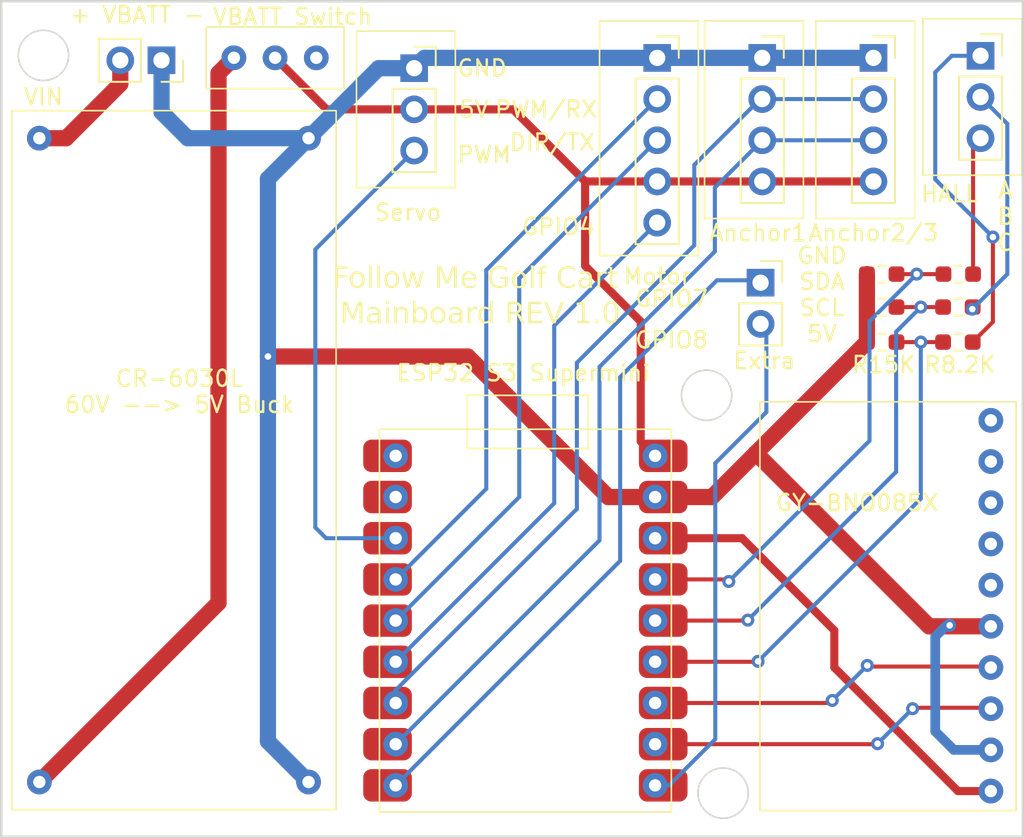
<source format=kicad_pcb>
(kicad_pcb (version 20221018) (generator pcbnew)
  (layers (0 "F.Cu" signal) (31 "B.Cu" signal) (34 "B.Paste" user) (35 "F.Paste" user) (36 "B.SilkS" user "B.Silkscreen") (37 "F.SilkS" user "F.Silkscreen") (38 "B.Mask" user) (39 "F.Mask" user) (44 "Edge.Cuts" user))
  (net 0 "")
  (net 1 "GND")
  (net 2 "hallARaw")
  (net 3 "hallBRaw")
  (net 4 "hallCRaw")
  (net 5 "hallA")
  (net 6 "hallB")
  (net 7 "hallC")
  (net 8 "Net-(SW1-A)")
  (net 9 "+5V")
  (net 10 "SDA1")
  (net 11 "SCL1")
  (net 12 "+3V3")
  (net 13 "SDA2")
  (net 14 "SCL2")
  (net 15 "PWM{slash}RX")
  (net 18 "DIR{slash}TX")
  (net 19 "Servo")
  (net 20 "Net-(J6-Pin_2)")
  (net 21 "GPIO7")
  (net 22 "GPIO8")
  (net 23 "GPIO4")
  (footprint "Resistor_SMD:R_0603_1608Metric_Pad0.98x0.95mm_HandSolder" (layer "F.Cu") (at 70.993 33.02 180)
    (fp_text reference "R1" hide)
    (fp_text value "R8.2K" hide)
    (fp_line (start -0.254724 -0.5225) (end 0.254724 -0.5225) (stroke (width 0.12)) (layer "F.SilkS"))
    (fp_line (start -0.254724 0.5225) (end 0.254724 0.5225) (stroke (width 0.12)) (layer "F.SilkS"))
    (pad "1" smd roundrect (at -0.9125 0 180) (size 0.975 0.95) (layers "F.Cu" "F.Paste" "F.Mask") (net 2 "hallARaw"))
    (pad "2" smd roundrect (at 0.9125 0 180) (size 0.975 0.95) (layers "F.Cu" "F.Paste" "F.Mask") (net 5 "hallA"))
  )
  (footprint "Resistor_SMD:R_0603_1608Metric_Pad0.98x0.95mm_HandSolder" (layer "F.Cu") (at 66.294 30.861)
    (fp_text reference "R4" hide)
    (fp_text value "R15K" hide)
    (fp_line (start -0.254724 -0.5225) (end 0.254724 -0.5225) (stroke (width 0.12)) (layer "F.SilkS"))
    (fp_line (start -0.254724 0.5225) (end 0.254724 0.5225) (stroke (width 0.12)) (layer "F.SilkS"))
    (pad "1" smd roundrect (at -0.9125 0) (size 0.975 0.95) (layers "F.Cu" "F.Paste" "F.Mask") (net 1 "GND"))
    (pad "2" smd roundrect (at 0.9125 0) (size 0.975 0.95) (layers "F.Cu" "F.Paste" "F.Mask") (net 6 "hallB"))
  )
  (footprint "Connector_PinSocket_2.54mm:PinSocket_1x04_P2.54mm_Vertical" (layer "F.Cu") (at 65.786 15.494)
    (fp_text reference "J2" hide)
    (fp_text value "Anchor Connector" hide)
    (fp_line (start -1.33 1.27) (end -1.33 8.95) (stroke (width 0.12)) (layer "F.SilkS"))
    (fp_line (start -1.33 1.27) (end 1.33 1.27) (stroke (width 0.12)) (layer "F.SilkS"))
    (fp_line (start -1.33 8.95) (end 1.33 8.95) (stroke (width 0.12)) (layer "F.SilkS"))
    (fp_line (start 0 -1.33) (end 1.33 -1.33) (stroke (width 0.12)) (layer "F.SilkS"))
    (fp_line (start 1.33 -1.33) (end 1.33 0) (stroke (width 0.12)) (layer "F.SilkS"))
    (fp_line (start 1.33 1.27) (end 1.33 8.95) (stroke (width 0.12)) (layer "F.SilkS"))
    (fp_rect (start -3.556 -2.286) (end 2.54 9.906) (stroke (width 0.1)) (fill none) (layer "F.SilkS"))
    (pad "1" thru_hole rect (at 0 0) (size 1.7 1.7) (drill 1) (layers "*.Cu" "*.Mask") (net 1 "GND"))
    (pad "2" thru_hole oval (at 0 2.54) (size 1.7 1.7) (drill 1) (layers "*.Cu" "*.Mask") (net 13 "SDA2"))
    (pad "3" thru_hole oval (at 0 5.08) (size 1.7 1.7) (drill 1) (layers "*.Cu" "*.Mask") (net 14 "SCL2"))
    (pad "4" thru_hole oval (at 0 7.62) (size 1.7 1.7) (drill 1) (layers "*.Cu" "*.Mask") (net 9 "+5V"))
  )
  (footprint "Connector_PinSocket_2.54mm:PinSocket_1x04_P2.54mm_Vertical" (layer "F.Cu") (at 58.928 15.494)
    (fp_text reference "J1" hide)
    (fp_text value "Anchor Connector" hide)
    (fp_line (start -1.33 1.27) (end -1.33 8.95) (stroke (width 0.12)) (layer "F.SilkS"))
    (fp_line (start -1.33 1.27) (end 1.33 1.27) (stroke (width 0.12)) (layer "F.SilkS"))
    (fp_line (start -1.33 8.95) (end 1.33 8.95) (stroke (width 0.12)) (layer "F.SilkS"))
    (fp_line (start 0 -1.33) (end 1.33 -1.33) (stroke (width 0.12)) (layer "F.SilkS"))
    (fp_line (start 1.33 -1.33) (end 1.33 0) (stroke (width 0.12)) (layer "F.SilkS"))
    (fp_line (start 1.33 1.27) (end 1.33 8.95) (stroke (width 0.12)) (layer "F.SilkS"))
    (fp_rect (start -3.556 -2.286) (end 2.54 9.906) (stroke (width 0.1)) (fill none) (layer "F.SilkS"))
    (pad "1" thru_hole rect (at 0 0) (size 1.7 1.7) (drill 1) (layers "*.Cu" "*.Mask") (net 1 "GND"))
    (pad "2" thru_hole oval (at 0 2.54) (size 1.7 1.7) (drill 1) (layers "*.Cu" "*.Mask") (net 13 "SDA2"))
    (pad "3" thru_hole oval (at 0 5.08) (size 1.7 1.7) (drill 1) (layers "*.Cu" "*.Mask") (net 14 "SCL2"))
    (pad "4" thru_hole oval (at 0 7.62) (size 1.7 1.7) (drill 1) (layers "*.Cu" "*.Mask") (net 9 "+5V"))
  )
  (footprint "Connector_PinSocket_2.54mm:PinSocket_1x02_P2.54mm_Vertical" (layer "F.Cu") (at 58.826 29.357)
    (fp_text reference "J7" hide)
    (fp_text value "extra" hide)
    (fp_line (start -1.33 1.27) (end -1.33 3.87) (stroke (width 0.12)) (layer "F.SilkS"))
    (fp_line (start -1.33 1.27) (end 1.33 1.27) (stroke (width 0.12)) (layer "F.SilkS"))
    (fp_line (start -1.33 3.87) (end 1.33 3.87) (stroke (width 0.12)) (layer "F.SilkS"))
    (fp_line (start 0 -1.33) (end 1.33 -1.33) (stroke (width 0.12)) (layer "F.SilkS"))
    (fp_line (start 1.33 -1.33) (end 1.33 0) (stroke (width 0.12)) (layer "F.SilkS"))
    (fp_line (start 1.33 1.27) (end 1.33 3.87) (stroke (width 0.12)) (layer "F.SilkS"))
    (pad "1" thru_hole rect (at 0 0) (size 1.7 1.7) (drill 1) (layers "*.Cu" "*.Mask") (net 21 "GPIO7"))
    (pad "2" thru_hole oval (at 0 2.54) (size 1.7 1.7) (drill 1) (layers "*.Cu" "*.Mask") (net 22 "GPIO8"))
  )
  (footprint "Connector_PinSocket_2.54mm:PinSocket_1x03_P2.54mm_Vertical" (layer "F.Cu") (at 37.465 16.129)
    (fp_text reference "J5" hide)
    (fp_text value "Servo Connector" hide)
    (fp_line (start -1.33 1.27) (end -1.33 6.41) (stroke (width 0.12)) (layer "F.SilkS"))
    (fp_line (start -1.33 1.27) (end 1.33 1.27) (stroke (width 0.12)) (layer "F.SilkS"))
    (fp_line (start -1.33 6.41) (end 1.33 6.41) (stroke (width 0.12)) (layer "F.SilkS"))
    (fp_line (start 0 -1.33) (end 1.33 -1.33) (stroke (width 0.12)) (layer "F.SilkS"))
    (fp_line (start 1.33 -1.33) (end 1.33 0) (stroke (width 0.12)) (layer "F.SilkS"))
    (fp_line (start 1.33 1.27) (end 1.33 6.41) (stroke (width 0.12)) (layer "F.SilkS"))
    (fp_rect (start -3.556 -2.286) (end 2.54 7.366) (stroke (width 0.1)) (fill none) (layer "F.SilkS"))
    (pad "1" thru_hole rect (at 0 0) (size 1.7 1.7) (drill 1) (layers "*.Cu" "*.Mask") (net 1 "GND"))
    (pad "2" thru_hole oval (at 0 2.54) (size 1.7 1.7) (drill 1) (layers "*.Cu" "*.Mask") (net 9 "+5V"))
    (pad "3" thru_hole oval (at 0 5.08) (size 1.7 1.7) (drill 1) (layers "*.Cu" "*.Mask") (net 19 "Servo"))
  )
  (footprint "ESP32 S3 Supermini:BNO085" (layer "F.Cu") (at 58.785 61.906 90)
    (fp_text reference "U2" hide)
    (fp_text value "~")
    (fp_rect (start 0 0) (end 25.2 15.8) (stroke (width 0.1)) (fill none) (layer "F.SilkS"))
    (pad "1" thru_hole circle (at 1.2 14.24 90) (size 1.524 1.524) (drill 0.762) (layers "*.Cu" "*.Mask") (net 12 "+3V3"))
    (pad "2" thru_hole circle (at 3.74 14.24 90) (size 1.524 1.524) (drill 0.762) (layers "*.Cu" "*.Mask") (net 1 "GND"))
    (pad "3" thru_hole circle (at 6.28 14.24 90) (size 1.524 1.524) (drill 0.762) (layers "*.Cu" "*.Mask") (net 11 "SCL1"))
    (pad "4" thru_hole circle (at 8.82 14.24 90) (size 1.524 1.524) (drill 0.762) (layers "*.Cu" "*.Mask") (net 10 "SDA1"))
    (pad "5" thru_hole circle (at 11.36 14.24 90) (size 1.524 1.524) (drill 0.762) (layers "*.Cu" "*.Mask") (net 1 "GND"))
    (pad "6" thru_hole circle (at 13.9 14.24 90) (size 1.524 1.524) (drill 0.762) (layers "*.Cu" "*.Mask"))
    (pad "7" thru_hole circle (at 16.44 14.24 90) (size 1.524 1.524) (drill 0.762) (layers "*.Cu" "*.Mask"))
    (pad "8" thru_hole circle (at 18.98 14.24 90) (size 1.524 1.524) (drill 0.762) (layers "*.Cu" "*.Mask"))
    (pad "9" thru_hole circle (at 21.52 14.24 90) (size 1.524 1.524) (drill 0.762) (layers "*.Cu" "*.Mask"))
    (pad "10" thru_hole circle (at 24.06 14.24 90) (size 1.524 1.524) (drill 0.762) (layers "*.Cu" "*.Mask"))
  )
  (footprint "ESP32 S3 Supermini:Buck Converter" (layer "F.Cu") (at 12.651 18.747)
    (fp_text reference "U3" hide)
    (fp_text value "~" hide)
    (fp_rect (start 0 0) (end 20 43.1) (stroke (width 0.1)) (fill none) (layer "F.SilkS"))
    (pad "1" thru_hole circle (at 1.7 1.7) (size 1.524 1.524) (drill 0.762) (layers "*.Cu" "*.Mask") (net 20 "Net-(J6-Pin_2)"))
    (pad "2" thru_hole circle (at 18.3 1.7) (size 1.524 1.524) (drill 0.762) (layers "*.Cu" "*.Mask") (net 1 "GND"))
    (pad "3" thru_hole circle (at 1.7 41.4) (size 1.524 1.524) (drill 0.762) (layers "*.Cu" "*.Mask") (net 8 "Net-(SW1-A)"))
    (pad "4" thru_hole circle (at 18.3 41.4) (size 1.524 1.524) (drill 0.762) (layers "*.Cu" "*.Mask") (net 1 "GND"))
  )
  (footprint "Connector_PinSocket_2.54mm:PinSocket_1x03_P2.54mm_Vertical" (layer "F.Cu") (at 72.39 15.367)
    (fp_text reference "J3" hide)
    (fp_text value "Hall Connector" hide)
    (fp_line (start -1.33 1.27) (end -1.33 6.41) (stroke (width 0.12)) (layer "F.SilkS"))
    (fp_line (start -1.33 1.27) (end 1.33 1.27) (stroke (width 0.12)) (layer "F.SilkS"))
    (fp_line (start -1.33 6.41) (end 1.33 6.41) (stroke (width 0.12)) (layer "F.SilkS"))
    (fp_line (start 0 -1.33) (end 1.33 -1.33) (stroke (width 0.12)) (layer "F.SilkS"))
    (fp_line (start 1.33 -1.33) (end 1.33 0) (stroke (width 0.12)) (layer "F.SilkS"))
    (fp_line (start 1.33 1.27) (end 1.33 6.41) (stroke (width 0.12)) (layer "F.SilkS"))
    (fp_rect (start -3.556 -2.286) (end 2.54 7.366) (stroke (width 0.1)) (fill none) (layer "F.SilkS"))
    (pad "1" thru_hole rect (at 0 0) (size 1.7 1.7) (drill 1) (layers "*.Cu" "*.Mask") (net 2 "hallARaw"))
    (pad "2" thru_hole oval (at 0 2.54) (size 1.7 1.7) (drill 1) (layers "*.Cu" "*.Mask") (net 3 "hallBRaw"))
    (pad "3" thru_hole oval (at 0 5.08) (size 1.7 1.7) (drill 1) (layers "*.Cu" "*.Mask") (net 4 "hallCRaw"))
  )
  (footprint "Resistor_SMD:R_0603_1608Metric_Pad0.98x0.95mm_HandSolder" (layer "F.Cu") (at 71.0165 28.829 180)
    (fp_text reference "R5" hide)
    (fp_text value "R8.2K" hide)
    (fp_line (start -0.254724 -0.5225) (end 0.254724 -0.5225) (stroke (width 0.12)) (layer "F.SilkS"))
    (fp_line (start -0.254724 0.5225) (end 0.254724 0.5225) (stroke (width 0.12)) (layer "F.SilkS"))
    (pad "1" smd roundrect (at -0.9125 0 180) (size 0.975 0.95) (layers "F.Cu" "F.Paste" "F.Mask") (net 4 "hallCRaw"))
    (pad "2" smd roundrect (at 0.9125 0 180) (size 0.975 0.95) (layers "F.Cu" "F.Paste" "F.Mask") (net 7 "hallC"))
  )
  (footprint "ESP32 S3 Supermini:Slide Switch" (layer "F.Cu") (at 24.638 13.589)
    (fp_text reference "SW1" hide)
    (fp_text value "SW_SPDT" hide)
    (fp_rect (start 0 0) (end 8.5 3.8) (stroke (width 0.1)) (fill none) (layer "F.SilkS"))
    (pad "1" thru_hole circle (at 1.71 1.9) (size 1.524 1.524) (drill 0.762) (layers "*.Cu" "*.Mask") (net 8 "Net-(SW1-A)"))
    (pad "2" thru_hole circle (at 4.25 1.9) (size 1.524 1.524) (drill 0.762) (layers "*.Cu" "*.Mask") (net 9 "+5V"))
    (pad "3" thru_hole circle (at 6.79 1.9) (size 1.524 1.524) (drill 0.762) (layers "*.Cu" "*.Mask"))
  )
  (footprint "Connector_PinSocket_2.54mm:PinSocket_1x02_P2.54mm_Vertical" (layer "F.Cu") (at 21.883 15.641 -90)
    (fp_text reference "J6" hide)
    (fp_text value "+ VBATT -" (at -2.794 1.524 180) (layer "F.SilkS"))
    (fp_line (start -1.33 1.27) (end -1.33 3.87) (stroke (width 0.12)) (layer "F.SilkS"))
    (fp_line (start -1.33 1.27) (end 1.33 1.27) (stroke (width 0.12)) (layer "F.SilkS"))
    (fp_line (start -1.33 3.87) (end 1.33 3.87) (stroke (width 0.12)) (layer "F.SilkS"))
    (fp_line (start 0 -1.33) (end 1.33 -1.33) (stroke (width 0.12)) (layer "F.SilkS"))
    (fp_line (start 1.33 -1.33) (end 1.33 0) (stroke (width 0.12)) (layer "F.SilkS"))
    (fp_line (start 1.33 1.27) (end 1.33 3.87) (stroke (width 0.12)) (layer "F.SilkS"))
    (pad "1" thru_hole rect (at 0 0 270) (size 1.7 1.7) (drill 1) (layers "*.Cu" "*.Mask") (net 1 "GND"))
    (pad "2" thru_hole oval (at 0 2.54 270) (size 1.7 1.7) (drill 1) (layers "*.Cu" "*.Mask") (net 20 "Net-(J6-Pin_2)"))
  )
  (footprint "Resistor_SMD:R_0603_1608Metric_Pad0.98x0.95mm_HandSolder" (layer "F.Cu") (at 66.294 28.829 180)
    (fp_text reference "R6" hide)
    (fp_text value "R15K" hide)
    (fp_line (start -0.254724 -0.5225) (end 0.254724 -0.5225) (stroke (width 0.12)) (layer "F.SilkS"))
    (fp_line (start -0.254724 0.5225) (end 0.254724 0.5225) (stroke (width 0.12)) (layer "F.SilkS"))
    (pad "1" smd roundrect (at -0.9125 0 180) (size 0.975 0.95) (layers "F.Cu" "F.Paste" "F.Mask") (net 7 "hallC"))
    (pad "2" smd roundrect (at 0.9125 0 180) (size 0.975 0.95) (layers "F.Cu" "F.Paste" "F.Mask") (net 1 "GND"))
  )
  (footprint "Connector_PinSocket_2.54mm:PinSocket_1x05_P2.54mm_Vertical" (layer "F.Cu") (at 52.451 15.494)
    (fp_text reference "J4" hide)
    (fp_text value "Motor Connector" hide)
    (fp_line (start -1.33 1.27) (end -1.33 11.49) (stroke (width 0.12)) (layer "F.SilkS"))
    (fp_line (start -1.33 1.27) (end 1.33 1.27) (stroke (width 0.12)) (layer "F.SilkS"))
    (fp_line (start -1.33 11.49) (end 1.33 11.49) (stroke (width 0.12)) (layer "F.SilkS"))
    (fp_line (start 0 -1.33) (end 1.33 -1.33) (stroke (width 0.12)) (layer "F.SilkS"))
    (fp_line (start 1.33 -1.33) (end 1.33 0) (stroke (width 0.12)) (layer "F.SilkS"))
    (fp_line (start 1.33 1.27) (end 1.33 11.49) (stroke (width 0.12)) (layer "F.SilkS"))
    (fp_rect (start 2.54 12.192) (end -3.556 -2.286) (stroke (width 0.1)) (fill none) (layer "F.SilkS"))
    (pad "1" thru_hole rect (at 0 0) (size 1.7 1.7) (drill 1) (layers "*.Cu" "*.Mask") (net 1 "GND"))
    (pad "2" thru_hole oval (at 0 2.54) (size 1.7 1.7) (drill 1) (layers "*.Cu" "*.Mask") (net 15 "PWM{slash}RX"))
    (pad "3" thru_hole oval (at 0 5.08) (size 1.7 1.7) (drill 1) (layers "*.Cu" "*.Mask") (net 18 "DIR{slash}TX"))
    (pad "4" thru_hole oval (at 0 7.62) (size 1.7 1.7) (drill 1) (layers "*.Cu" "*.Mask") (net 9 "+5V"))
    (pad "5" thru_hole oval (at 0 10.16) (size 1.7 1.7) (drill 1) (layers "*.Cu" "*.Mask") (net 23 "GPIO4"))
  )
  (footprint "Resistor_SMD:R_0603_1608Metric_Pad0.98x0.95mm_HandSolder" (layer "F.Cu") (at 66.294 33.02 180)
    (fp_text reference "R2" hide)
    (fp_text value "R15K" (at -0.127 -1.397) (layer "F.SilkS"))
    (fp_line (start -0.254724 -0.5225) (end 0.254724 -0.5225) (stroke (width 0.12)) (layer "F.SilkS"))
    (fp_line (start -0.254724 0.5225) (end 0.254724 0.5225) (stroke (width 0.12)) (layer "F.SilkS"))
    (pad "1" smd roundrect (at -0.9125 0 180) (size 0.975 0.95) (layers "F.Cu" "F.Paste" "F.Mask") (net 5 "hallA"))
    (pad "2" smd roundrect (at 0.9125 0 180) (size 0.975 0.95) (layers "F.Cu" "F.Paste" "F.Mask") (net 1 "GND"))
  )
  (footprint "Resistor_SMD:R_0603_1608Metric_Pad0.98x0.95mm_HandSolder" (layer "F.Cu") (at 70.993 30.861 180)
    (fp_text reference "R3" hide)
    (fp_text value "R8.2K" (at -0.127 -3.556) (layer "F.SilkS"))
    (fp_line (start -0.254724 -0.5225) (end 0.254724 -0.5225) (stroke (width 0.12)) (layer "F.SilkS"))
    (fp_line (start -0.254724 0.5225) (end 0.254724 0.5225) (stroke (width 0.12)) (layer "F.SilkS"))
    (pad "1" smd roundrect (at -0.9125 0 180) (size 0.975 0.95) (layers "F.Cu" "F.Paste" "F.Mask") (net 3 "hallBRaw"))
    (pad "2" smd roundrect (at 0.9125 0 180) (size 0.975 0.95) (layers "F.Cu" "F.Paste" "F.Mask") (net 6 "hallB"))
  )
  (footprint "ESP32 S3 Supermini:ESP32 S3 Supermini Pinned" (layer "F.Cu") (at 35.323 38.394)
    (fp_text reference "U1" hide)
    (fp_text value "~")
    (fp_rect (start 0 0) (end 18 23.6) (stroke (width 0.1)) (fill none) (layer "F.SilkS"))
    (fp_rect (start 5.42 1.19) (end 12.88 -2.09) (stroke (width 0.1)) (fill none) (layer "F.SilkS"))
    (pad "1" smd roundrect (at 0.5 1.64) (size 3 2) (layers "F.Cu" "F.Paste" "F.Mask"))
    (pad "1" thru_hole circle (at 1 1.64) (size 1.524 1.524) (drill 0.762) (layers "*.Cu" "*.Mask"))
    (pad "2" smd roundrect (at 0.5 4.18) (size 3 2) (layers "F.Cu" "F.Paste" "F.Mask"))
    (pad "2" thru_hole circle (at 1 4.18) (size 1.524 1.524) (drill 0.762) (layers "*.Cu" "*.Mask"))
    (pad "3" smd roundrect (at 0.5 6.72) (size 3 2) (layers "F.Cu" "F.Paste" "F.Mask") (net 19 "Servo"))
    (pad "3" thru_hole circle (at 1 6.72) (size 1.524 1.524) (drill 0.762) (layers "*.Cu" "*.Mask") (net 19 "Servo"))
    (pad "4" smd roundrect (at 0.5 9.26) (size 3 2) (layers "F.Cu" "F.Paste" "F.Mask") (net 15 "PWM{slash}RX"))
    (pad "4" thru_hole circle (at 1 9.26) (size 1.524 1.524) (drill 0.762) (layers "*.Cu" "*.Mask") (net 15 "PWM{slash}RX"))
    (pad "5" smd roundrect (at 0.5 11.8) (size 3 2) (layers "F.Cu" "F.Paste" "F.Mask") (net 18 "DIR{slash}TX"))
    (pad "5" thru_hole circle (at 1 11.8) (size 1.524 1.524) (drill 0.762) (layers "*.Cu" "*.Mask") (net 18 "DIR{slash}TX"))
    (pad "6" smd roundrect (at 0.5 14.34) (size 3 2) (layers "F.Cu" "F.Paste" "F.Mask") (net 23 "GPIO4"))
    (pad "6" thru_hole circle (at 1 14.34) (size 1.524 1.524) (drill 0.762) (layers "*.Cu" "*.Mask") (net 23 "GPIO4"))
    (pad "7" smd roundrect (at 0.5 16.88) (size 3 2) (layers "F.Cu" "F.Paste" "F.Mask") (net 13 "SDA2"))
    (pad "7" thru_hole circle (at 1 16.88) (size 1.524 1.524) (drill 0.762) (layers "*.Cu" "*.Mask") (net 13 "SDA2"))
    (pad "8" smd roundrect (at 0.5 19.42) (size 3 2) (layers "F.Cu" "F.Paste" "F.Mask") (net 14 "SCL2"))
    (pad "8" thru_hole circle (at 1 19.42) (size 1.524 1.524) (drill 0.762) (layers "*.Cu" "*.Mask") (net 14 "SCL2"))
    (pad "9" smd roundrect (at 0.5 21.96) (size 3 2) (layers "F.Cu" "F.Paste" "F.Mask") (net 21 "GPIO7"))
    (pad "9" thru_hole circle (at 1 21.96) (size 1.524 1.524) (drill 0.762) (layers "*.Cu" "*.Mask") (net 21 "GPIO7"))
    (pad "10" thru_hole circle (at 17 21.96) (size 1.524 1.524) (drill 0.762) (layers "*.Cu" "*.Mask") (net 22 "GPIO8"))
    (pad "10" smd roundrect (at 17.5 21.96) (size 3 2) (layers "F.Cu" "F.Paste" "F.Mask") (net 22 "GPIO8"))
    (pad "11" thru_hole circle (at 17 19.42) (size 1.524 1.524) (drill 0.762) (layers "*.Cu" "*.Mask") (net 11 "SCL1"))
    (pad "11" smd roundrect (at 17.5 19.42) (size 3 2) (layers "F.Cu" "F.Paste" "F.Mask") (net 11 "SCL1"))
    (pad "12" thru_hole circle (at 17 16.88) (size 1.524 1.524) (drill 0.762) (layers "*.Cu" "*.Mask") (net 10 "SDA1"))
    (pad "12" smd roundrect (at 17.5 16.88) (size 3 2) (layers "F.Cu" "F.Paste" "F.Mask") (net 10 "SDA1"))
    (pad "13" thru_hole circle (at 17 14.34) (size 1.524 1.524) (drill 0.762) (layers "*.Cu" "*.Mask") (net 5 "hallA"))
    (pad "13" smd roundrect (at 17.5 14.34) (size 3 2) (layers "F.Cu" "F.Paste" "F.Mask") (net 5 "hallA"))
    (pad "14" thru_hole circle (at 17 11.8) (size 1.524 1.524) (drill 0.762) (layers "*.Cu" "*.Mask") (net 6 "hallB"))
    (pad "14" smd roundrect (at 17.5 11.8) (size 3 2) (layers "F.Cu" "F.Paste" "F.Mask") (net 6 "hallB"))
    (pad "15" thru_hole circle (at 17 9.26) (size 1.524 1.524) (drill 0.762) (layers "*.Cu" "*.Mask") (net 7 "hallC"))
    (pad "15" smd roundrect (at 17.5 9.26) (size 3 2) (layers "F.Cu" "F.Paste" "F.Mask") (net 7 "hallC"))
    (pad "16" thru_hole circle (at 17 6.72) (size 1.524 1.524) (drill 0.762) (layers "*.Cu" "*.Mask") (net 12 "+3V3"))
    (pad "16" smd roundrect (at 17.5 6.72) (size 3 2) (layers "F.Cu" "F.Paste" "F.Mask") (net 12 "+3V3"))
    (pad "17" thru_hole circle (at 17 4.18) (size 1.524 1.524) (drill 0.762) (layers "*.Cu" "*.Mask") (net 1 "GND"))
    (pad "17" smd roundrect (at 17.5 4.18) (size 3 2) (layers "F.Cu" "F.Paste" "F.Mask") (net 1 "GND"))
    (pad "18" thru_hole circle (at 17 1.64) (size 1.524 1.524) (drill 0.762) (layers "*.Cu" "*.Mask") (net 9 "+5V"))
    (pad "18" smd roundrect (at 17.5 1.64) (size 3 2) (layers "F.Cu" "F.Paste" "F.Mask") (net 9 "+5V"))
  )
  (gr_rect (start 12 12) (end 75 63.523) (stroke (width 0.15)) (fill none) (layer "Edge.Cuts"))
  (gr_circle (center 55.499 36.295768) (end 56.769 37.184768) (stroke (width 0.1)) (fill none) (layer "Edge.Cuts"))
  (gr_circle (center 56.515 60.833) (end 57.785 61.722) (stroke (width 0.1)) (fill none) (layer "Edge.Cuts"))
  (gr_circle (center 14.605 15.340768) (end 15.875 16.229768) (stroke (width 0.1)) (fill none) (layer "Edge.Cuts"))
  (gr_text "VIN" (at 14.605 17.907) (layer "F.SilkS") (effects (font (size 1 1))))
  (gr_text "CR-6030L\n60V --> 5V Buck" (at 22.987 36.068) (layer "F.SilkS") (effects (font (size 1 1))))
  (gr_text "A\nB\nC" (at 73.914 25.273) (layer "F.SilkS") (effects (font (size 1 1))))
  (gr_text "GND" (at 41.656 16.129) (layer "F.SilkS") (effects (font (size 1 1))))
  (gr_text "GY-BNO085X" (at 64.77 42.926) (layer "F.SilkS") (effects (font (size 1 1))))
  (gr_text "DIR/TX" (at 45.974 20.701) (layer "F.SilkS") (effects (font (size 1 1))))
  (gr_text "Servo" (at 37.084 25.019) (layer "F.SilkS") (effects (font (size 1 1))))
  (gr_text "GPIO4" (at 46.355 25.908) (layer "F.SilkS") (effects (font (size 1 1))))
  (gr_text "Extra" (at 59.055 34.163) (layer "F.SilkS") (effects (font (size 1 1))))
  (gr_text "GND\nSDA\nSCL\n5V" (at 62.611 30.099) (layer "F.SilkS") (effects (font (size 1 1))))
  (gr_text "Anchor2/3" (at 65.786 26.289) (layer "F.SilkS") (effects (font (size 1 1))))
  (gr_text "VBATT Switch" (at 29.972 12.954) (layer "F.SilkS") (effects (font (size 1 1))))
  (gr_text "5V" (at 41.148 18.669) (layer "F.SilkS") (effects (font (size 1 1))))
  (gr_text "PWM" (at 41.783 21.463) (layer "F.SilkS") (effects (font (size 1 1))))
  (gr_text "HALL" (at 70.485 23.876) (layer "F.SilkS") (effects (font (size 1 1))))
  (gr_text "GPIO7" (at 53.34 30.353) (layer "F.SilkS") (effects (font (size 1 1))))
  (gr_text "Motor" (at 52.451 28.956) (layer "F.SilkS") (effects (font (size 1 1))))
  (gr_text "ESP32 S3 Supermini" (at 44.196 34.925) (layer "F.SilkS") (effects (font (size 1 1))))
  (gr_text "Follow Me Golf Cart \nMainboard REV 1.0" (at 41.529 30.226) (layer "F.SilkS") (effects (font (size 1.3 1.3))))
  (gr_text "GPIO8" (at 53.34 32.893) (layer "F.SilkS") (effects (font (size 1 1))))
  (gr_text "Anchor1" (at 58.674 26.289) (layer "F.SilkS") (effects (font (size 1 1))))
  (gr_text "PWM/RX" (at 45.593 18.669) (layer "F.SilkS") (effects (font (size 1 1))))
  (segment (start 40.767 33.909) (end 49.432 42.574) (width 1) (layer "F.Cu") (net 1))
  (segment (start 55.8275 42.574) (end 58.53525 39.86625) (width 1) (layer "F.Cu") (net 1))
  (segment (start 52.823 42.574) (end 55.8275 42.574) (width 1) (layer "F.Cu") (net 1))
  (segment (start 28.448 33.909) (end 40.767 33.909) (width 1) (layer "F.Cu") (net 1))
  (segment (start 58.53525 39.86625) (end 65.3815 33.02) (width 1) (layer "F.Cu") (net 1))
  (segment (start 65.3815 28.829) (end 65.3815 33.02) (width 1) (layer "F.Cu") (net 1))
  (segment (start 58.53525 39.86625) (end 69.215 50.546) (width 1) (layer "F.Cu") (net 1))
  (segment (start 49.432 42.574) (end 52.323 42.574) (width 1) (layer "F.Cu") (net 1))
  (segment (start 69.215 50.546) (end 73.025 50.546) (width 1) (layer "F.Cu") (net 1))
  (via (at 28.448 33.909) (size 0.8) (drill 0.4) (layers "F.Cu" "B.Cu") (net 1))
  (via (at 70.485 50.489) (size 0.8) (drill 0.4) (layers "F.Cu" "B.Cu") (net 1))
  (segment (start 37.465 16.129) (end 38.1 15.494) (width 1) (layer "B.Cu") (net 1))
  (segment (start 70.739 58.166) (end 73.025 58.166) (width 0.6) (layer "B.Cu") (net 1))
  (segment (start 21.888 15.646) (end 21.888 18.84) (width 1) (layer "B.Cu") (net 1))
  (segment (start 70.288 50.489) (end 69.596 51.181) (width 0.6) (layer "B.Cu") (net 1))
  (segment (start 38.1 15.494) (end 52.451 15.494) (width 1) (layer "B.Cu") (net 1))
  (segment (start 30.951 20.447) (end 28.448 22.95) (width 1) (layer "B.Cu") (net 1))
  (segment (start 69.596 51.181) (end 69.596 57.023) (width 0.6) (layer "B.Cu") (net 1))
  (segment (start 35.269 16.129) (end 37.465 16.129) (width 1) (layer "B.Cu") (net 1))
  (segment (start 30.951 20.447) (end 35.269 16.129) (width 1) (layer "B.Cu") (net 1))
  (segment (start 58.928 15.494) (end 65.786 15.494) (width 1) (layer "B.Cu") (net 1))
  (segment (start 69.596 57.023) (end 70.739 58.166) (width 0.6) (layer "B.Cu") (net 1))
  (segment (start 23.495 20.447) (end 30.951 20.447) (width 1) (layer "B.Cu") (net 1))
  (segment (start 21.888 18.84) (end 23.495 20.447) (width 1) (layer "B.Cu") (net 1))
  (segment (start 28.448 22.95) (end 28.448 57.644) (width 1) (layer "B.Cu") (net 1))
  (segment (start 28.448 57.644) (end 30.951 60.147) (width 1) (layer "B.Cu") (net 1))
  (segment (start 52.451 15.494) (end 58.928 15.494) (width 1) (layer "B.Cu") (net 1))
  (segment (start 73.152 26.543) (end 73.152 31.7735) (width 0.25) (layer "F.Cu") (net 2))
  (segment (start 73.152 31.7735) (end 71.9055 33.02) (width 0.25) (layer "F.Cu") (net 2))
  (via (at 73.152 26.543) (size 0.8) (drill 0.4) (layers "F.Cu" "B.Cu") (net 2))
  (segment (start 69.596 22.987) (end 73.152 26.543) (width 0.25) (layer "B.Cu") (net 2))
  (segment (start 69.596 16.383) (end 69.596 22.987) (width 0.25) (layer "B.Cu") (net 2))
  (segment (start 70.612 15.367) (end 69.596 16.383) (width 0.25) (layer "B.Cu") (net 2))
  (segment (start 72.39 15.367) (end 70.612 15.367) (width 0.25) (layer "B.Cu") (net 2))
  (via (at 71.882 30.988) (size 0.8) (drill 0.4) (layers "F.Cu" "B.Cu") (net 3))
  (segment (start 74.041 28.829) (end 71.882 30.988) (width 0.25) (layer "B.Cu") (net 3))
  (segment (start 72.39 17.907) (end 74.041 19.558) (width 0.25) (layer "B.Cu") (net 3))
  (segment (start 74.041 19.558) (end 74.041 28.829) (width 0.25) (layer "B.Cu") (net 3))
  (segment (start 71.929 28.448) (end 71.929 20.908) (width 0.25) (layer "F.Cu") (net 4))
  (segment (start 71.929 20.908) (end 72.39 20.447) (width 0.25) (layer "F.Cu") (net 4))
  (segment (start 58.645 52.734) (end 52.323 52.734) (width 0.25) (layer "F.Cu") (net 5))
  (segment (start 67.2065 33.02) (end 70.0805 33.02) (width 0.25) (layer "F.Cu") (net 5))
  (segment (start 58.674 52.705) (end 58.645 52.734) (width 0.25) (layer "F.Cu") (net 5))
  (via (at 58.674 52.705) (size 0.8) (drill 0.4) (layers "F.Cu" "B.Cu") (net 5))
  (via (at 68.707 33.02) (size 0.8) (drill 0.4) (layers "F.Cu" "B.Cu") (net 5))
  (segment (start 68.707 33.02) (end 68.707 42.672) (width 0.25) (layer "B.Cu") (net 5))
  (segment (start 68.707 42.672) (end 58.674 52.705) (width 0.25) (layer "B.Cu") (net 5))
  (segment (start 58.039 50.165) (end 58.01 50.194) (width 0.25) (layer "F.Cu") (net 6))
  (segment (start 58.01 50.194) (end 52.823 50.194) (width 0.25) (layer "F.Cu") (net 6))
  (segment (start 67.2065 30.861) (end 70.0805 30.861) (width 0.25) (layer "F.Cu") (net 6))
  (via (at 58.039 50.165) (size 0.8) (drill 0.4) (layers "F.Cu" "B.Cu") (net 6))
  (via (at 68.707 30.861) (size 0.8) (drill 0.4) (layers "F.Cu" "B.Cu") (net 6))
  (segment (start 67.183 41.021) (end 58.039 50.165) (width 0.25) (layer "B.Cu") (net 6))
  (segment (start 67.183 32.385) (end 67.183 41.021) (width 0.25) (layer "B.Cu") (net 6))
  (segment (start 68.707 30.861) (end 67.183 32.385) (width 0.25) (layer "B.Cu") (net 6))
  (segment (start 56.738918 47.654) (end 56.866459 47.781541) (width 0.25) (layer "F.Cu") (net 7))
  (segment (start 67.2065 28.829) (end 70.104 28.829) (width 0.25) (layer "F.Cu") (net 7))
  (segment (start 52.823 47.654) (end 56.738918 47.654) (width 0.25) (layer "F.Cu") (net 7))
  (via (at 68.453 28.829) (size 0.8) (drill 0.4) (layers "F.Cu" "B.Cu") (net 7))
  (via (at 56.866459 47.781541) (size 0.8) (drill 0.4) (layers "F.Cu" "B.Cu") (net 7))
  (segment (start 68.453 28.829) (end 65.544 31.738) (width 0.25) (layer "B.Cu") (net 7))
  (segment (start 65.544 31.738) (end 65.544 39.104) (width 0.25) (layer "B.Cu") (net 7))
  (segment (start 65.544 39.104) (end 56.866459 47.781541) (width 0.25) (layer "B.Cu") (net 7))
  (segment (start 25.4 16.437) (end 25.4 49.098) (width 1) (layer "F.Cu") (net 8))
  (segment (start 25.4 49.098) (end 14.351 60.147) (width 1) (layer "F.Cu") (net 8))
  (segment (start 26.348 15.489) (end 25.4 16.437) (width 1) (layer "F.Cu") (net 8))
  (segment (start 51.435 39.146) (end 52.323 40.034) (width 0.5) (layer "F.Cu") (net 9))
  (segment (start 28.893 15.494) (end 32.068 18.669) (width 0.5) (layer "F.Cu") (net 9))
  (segment (start 51.562 23.114) (end 58.928 23.114) (width 0.5) (layer "F.Cu") (net 9))
  (segment (start 48.006 23.114) (end 51.562 23.114) (width 0.5) (layer "F.Cu") (net 9))
  (segment (start 51.562 23.114) (end 52.451 23.114) (width 0.5) (layer "F.Cu") (net 9))
  (segment (start 58.928 23.114) (end 65.786 23.114) (width 0.5) (layer "F.Cu") (net 9))
  (segment (start 51.435 31.75) (end 51.435 39.146) (width 0.5) (layer "F.Cu") (net 9))
  (segment (start 43.561 18.669) (end 48.006 23.114) (width 0.5) (layer "F.Cu") (net 9))
  (segment (start 48.006 23.114) (end 48.006 28.321) (width 0.5) (layer "F.Cu") (net 9))
  (segment (start 48.006 28.321) (end 51.435 31.75) (width 0.5) (layer "F.Cu") (net 9))
  (segment (start 32.068 18.669) (end 37.465 18.669) (width 0.5) (layer "F.Cu") (net 9))
  (segment (start 37.465 18.669) (end 43.561 18.669) (width 0.5) (layer "F.Cu") (net 9))
  (segment (start 63.09 55.274) (end 52.823 55.274) (width 0.25) (layer "F.Cu") (net 10))
  (segment (start 63.246 55.118) (end 63.09 55.274) (width 0.25) (layer "F.Cu") (net 10))
  (segment (start 73.025 53.086) (end 72.968 53.029) (width 0.25) (layer "F.Cu") (net 10))
  (segment (start 72.968 53.029) (end 65.475 53.029) (width 0.25) (layer "F.Cu") (net 10))
  (segment (start 65.475 53.029) (end 65.405 52.959) (width 0.25) (layer "F.Cu") (net 10))
  (via (at 65.405 52.959) (size 0.8) (drill 0.4) (layers "F.Cu" "B.Cu") (net 10))
  (via (at 63.246 55.118) (size 0.8) (drill 0.4) (layers "F.Cu" "B.Cu") (net 10))
  (segment (start 65.405 52.959) (end 63.246 55.118) (width 0.25) (layer "B.Cu") (net 10))
  (segment (start 68.199 55.626) (end 68.072 55.753) (width 0.25) (layer "F.Cu") (net 11))
  (segment (start 68.256 55.569) (end 68.199 55.626) (width 0.25) (layer "F.Cu") (net 11))
  (segment (start 73.025 55.626) (end 72.968 55.569) (width 0.25) (layer "F.Cu") (net 11))
  (segment (start 72.968 55.569) (end 68.256 55.569) (width 0.25) (layer "F.Cu") (net 11))
  (segment (start 66.04 57.785) (end 66.011 57.814) (width 0.25) (layer "F.Cu") (net 11))
  (segment (start 66.011 57.814) (end 52.823 57.814) (width 0.25) (layer "F.Cu") (net 11))
  (via (at 68.199 55.626) (size 0.8) (drill 0.4) (layers "F.Cu" "B.Cu") (net 11))
  (via (at 66.04 57.785) (size 0.8) (drill 0.4) (layers "F.Cu" "B.Cu") (net 11))
  (segment (start 68.199 55.626) (end 66.04 57.785) (width 0.25) (layer "B.Cu") (net 11))
  (segment (start 63.373 53.086) (end 70.993 60.706) (width 0.5) (layer "F.Cu") (net 12))
  (segment (start 57.687 45.114) (end 63.373 50.8) (width 0.5) (layer "F.Cu") (net 12))
  (segment (start 70.993 60.706) (end 73.025 60.706) (width 0.5) (layer "F.Cu") (net 12))
  (segment (start 63.373 50.8) (end 63.373 53.086) (width 0.5) (layer "F.Cu") (net 12))
  (segment (start 52.823 45.114) (end 57.687 45.114) (width 0.5) (layer "F.Cu") (net 12))
  (segment (start 47.498 34.29) (end 47.498 43.307) (width 0.25) (layer "B.Cu") (net 13))
  (segment (start 58.928 18.034) (end 58.801 18.034) (width 0.25) (layer "B.Cu") (net 13))
  (segment (start 47.498 43.307) (end 36.323 54.482) (width 0.25) (layer "B.Cu") (net 13))
  (segment (start 54.737 22.098) (end 54.737 27.051) (width 0.25) (layer "B.Cu") (net 13))
  (segment (start 58.801 18.034) (end 54.737 22.098) (width 0.25) (layer "B.Cu") (net 13))
  (segment (start 36.323 54.482) (end 36.323 55.274) (width 0.25) (layer "B.Cu") (net 13))
  (segment (start 58.928 18.034) (end 65.786 18.034) (width 0.25) (layer "B.Cu") (net 13))
  (segment (start 54.737 27.051) (end 47.498 34.29) (width 0.25) (layer "B.Cu") (net 13))
  (segment (start 58.928 20.574) (end 65.786 20.574) (width 0.25) (layer "B.Cu") (net 14))
  (segment (start 48.895 34.544) (end 48.895 45.242) (width 0.25) (layer "B.Cu") (net 14))
  (segment (start 56.007 27.432) (end 48.895 34.544) (width 0.25) (layer "B.Cu") (net 14))
  (segment (start 56.007 23.495) (end 56.007 27.432) (width 0.25) (layer "B.Cu") (net 14))
  (segment (start 58.928 20.574) (end 56.007 23.495) (width 0.25) (layer "B.Cu") (net 14))
  (segment (start 48.895 45.242) (end 36.323 57.814) (width 0.25) (layer "B.Cu") (net 14))
  (segment (start 41.91 28.575) (end 41.91 42.067) (width 0.25) (layer "B.Cu") (net 15))
  (segment (start 41.91 42.067) (end 36.323 47.654) (width 0.25) (layer "B.Cu") (net 15))
  (segment (start 52.451 18.034) (end 41.91 28.575) (width 0.25) (layer "B.Cu") (net 15))
  (segment (start 43.942 42.575) (end 36.323 50.194) (width 0.25) (layer "B.Cu") (net 18))
  (segment (start 43.942 29.083) (end 43.942 42.575) (width 0.25) (layer "B.Cu") (net 18))
  (segment (start 52.451 20.574) (end 43.942 29.083) (width 0.25) (layer "B.Cu") (net 18))
  (segment (start 37.465 21.209) (end 31.369 27.305) (width 0.25) (layer "B.Cu") (net 19))
  (segment (start 31.369 27.305) (end 31.369 44.45) (width 0.25) (layer "B.Cu") (net 19))
  (segment (start 32.033 45.114) (end 36.323 45.114) (width 0.25) (layer "B.Cu") (net 19))
  (segment (start 31.369 44.45) (end 32.033 45.114) (width 0.25) (layer "B.Cu") (net 19))
  (segment (start 16.002 20.447) (end 14.351 20.447) (width 1) (layer "F.Cu") (net 20))
  (segment (start 19.343 15.641) (end 19.343 17.106) (width 1) (layer "F.Cu") (net 20))
  (segment (start 19.343 17.106) (end 16.002 20.447) (width 1) (layer "F.Cu") (net 20))
  (segment (start 58.826 29.357) (end 58.826 30.099) (width 0.25) (layer "B.Cu") (net 21))
  (segment (start 36.323 60.354) (end 50.165 46.512) (width 0.25) (layer "B.Cu") (net 21))
  (segment (start 50.165 35.179) (end 56.134 29.21) (width 0.25) (layer "B.Cu") (net 21))
  (segment (start 58.679 29.21) (end 58.826 29.357) (width 0.25) (layer "B.Cu") (net 21))
  (segment (start 56.134 29.21) (end 58.679 29.21) (width 0.25) (layer "B.Cu") (net 21))
  (segment (start 50.165 46.512) (end 50.165 35.179) (width 0.25) (layer "B.Cu") (net 21))
  (segment (start 56.032 40.488) (end 59.182 37.338) (width 0.25) (layer "B.Cu") (net 22))
  (segment (start 52.323 60.354) (end 53.184 60.354) (width 0.25) (layer "B.Cu") (net 22))
  (segment (start 59.182 32.253) (end 58.826 31.897) (width 0.25) (layer "B.Cu") (net 22))
  (segment (start 59.182 37.338) (end 59.182 32.253) (width 0.25) (layer "B.Cu") (net 22))
  (segment (start 53.184 60.354) (end 56.032 57.506) (width 0.25) (layer "B.Cu") (net 22))
  (segment (start 56.032 57.506) (end 56.032 40.488) (width 0.25) (layer "B.Cu") (net 22))
  (segment (start 46.101 32.004) (end 46.101 42.956) (width 0.25) (layer "B.Cu") (net 23))
  (segment (start 46.101 42.956) (end 36.323 52.734) (width 0.25) (layer "B.Cu") (net 23))
  (segment (start 52.451 25.654) (end 46.101 32.004) (width 0.25) (layer "B.Cu") (net 23))
)
</source>
